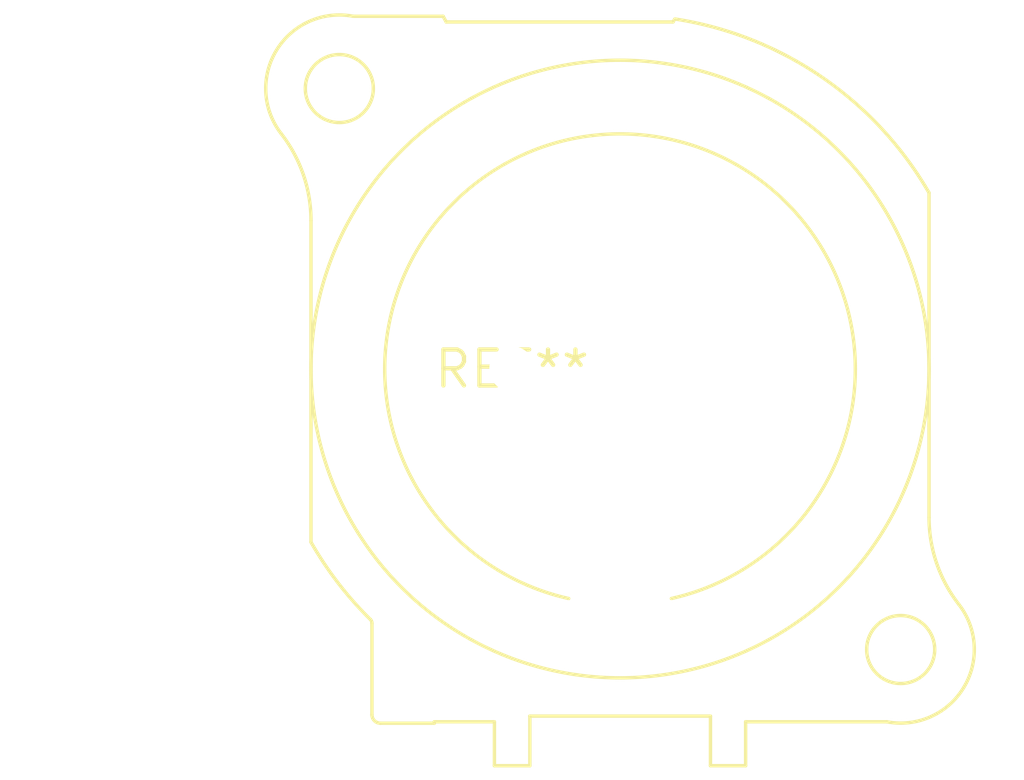
<source format=kicad_pcb>
(kicad_pcb (version 20240108) (generator pcbnew)
  (layers (0 "F.Cu" signal) (31 "B.Cu" signal) (34 "B.Paste" user) (35 "F.Paste" user) (36 "B.SilkS" user "B.Silkscreen") (37 "F.SilkS" user "F.Silkscreen") (38 "B.Mask" user) (39 "F.Mask" user) (44 "Edge.Cuts" user))
  (net 0 "")
  (footprint "Jack_XLR_Neutrik_NC3MBV-0_Vertical" (layer "F.Cu") (at 0 0)
    (property "Reference" "REF**")
    (property "Value" "Jack_XLR_Neutrik_NC3MBV-0_Vertical")
    (fp_line (start -7.09 -5.24) (end -7.09 6.11) (layer "F.SilkS") (stroke (width 0.12)))
    (fp_line (start -4.94 12.2) (end -4.94 8.98) (layer "F.SilkS") (stroke (width 0.12)))
    (fp_line (start -4.64 12.5) (end -2.74 12.5) (layer "F.SilkS") (stroke (width 0.12)))
    (fp_line (start -2.74 12.45) (end -0.62 12.45) (layer "F.SilkS") (stroke (width 0.12)))
    (fp_line (start -2.74 12.5) (end -2.74 12.45) (layer "F.SilkS") (stroke (width 0.12)))
    (fp_line (start -2.43 -12.45) (end -5.6 -12.45) (layer "F.SilkS") (stroke (width 0.12)))
    (fp_line (start -2.32 -12.25) (end -2.43 -12.45) (layer "F.SilkS") (stroke (width 0.12)))
    (fp_line (start -0.62 12.45) (end -0.62 14) (layer "F.SilkS") (stroke (width 0.12)))
    (fp_line (start 0.63 12.25) (end 0.63 14) (layer "F.SilkS") (stroke (width 0.12)))
    (fp_line (start 0.63 12.25) (end 7 12.25) (layer "F.SilkS") (stroke (width 0.12)))
    (fp_line (start 0.63 14) (end -0.62 14) (layer "F.SilkS") (stroke (width 0.12)))
    (fp_line (start 5.68 -12.25) (end -2.32 -12.25) (layer "F.SilkS") (stroke (width 0.12)))
    (fp_line (start 5.74 -12.35) (end 5.68 -12.25) (layer "F.SilkS") (stroke (width 0.12)))
    (fp_line (start 7 12.25) (end 7 14) (layer "F.SilkS") (stroke (width 0.12)))
    (fp_line (start 8.24 12.45) (end 8.24 14) (layer "F.SilkS") (stroke (width 0.12)))
    (fp_line (start 8.24 12.45) (end 13.22 12.45) (layer "F.SilkS") (stroke (width 0.12)))
    (fp_line (start 8.24 14) (end 7 14) (layer "F.SilkS") (stroke (width 0.12)))
    (fp_line (start 14.71 5.24) (end 14.71 -6.22) (layer "F.SilkS") (stroke (width 0.12)))
    (fp_arc (start -8.14458 -8.311426) (mid -7.360989 -6.863715) (end -7.09 -5.24) (layer "F.SilkS") (stroke (width 0.12)))
    (fp_arc (start -8.141124 -8.307677) (mid -8.303366 -11.257798) (end -5.6 -12.45) (layer "F.SilkS") (stroke (width 0.12)))
    (fp_arc (start -4.999944 8.832139) (mid -4.954594 8.899835) (end -4.94 8.98) (layer "F.SilkS") (stroke (width 0.12)))
    (fp_arc (start -4.999718 8.833849) (mid -6.1389 7.544091) (end -7.09 6.11) (layer "F.SilkS") (stroke (width 0.12)))
    (fp_arc (start -4.64 12.5) (mid -4.852132 12.412132) (end -4.94 12.2) (layer "F.SilkS") (stroke (width 0.12)))
    (fp_arc (start 2 8.1) (mid 3.809449 -8.299765) (end 5.621075 8.09976) (layer "F.SilkS") (stroke (width 0.12)))
    (fp_arc (start 5.753207 -12.354269) (mid 10.928439 -10.304601) (end 14.71 -6.22) (layer "F.SilkS") (stroke (width 0.12)))
    (fp_arc (start 15.761124 8.307677) (mid 15.923366 11.257798) (end 13.22 12.45) (layer "F.SilkS") (stroke (width 0.12)))
    (fp_arc (start 15.76458 8.311426) (mid 14.980989 6.863715) (end 14.71 5.24) (layer "F.SilkS") (stroke (width 0.12)))
    (fp_circle (center -6.09 -9.9) (end -4.89 -9.9) (layer "F.SilkS") (stroke (width 0.12)) (fill none))
    (fp_circle (center 3.81 0) (end 14.71 0) (layer "F.SilkS") (stroke (width 0.12)) (fill none))
    (fp_circle (center 13.71 9.9) (end 14.91 9.9) (layer "F.SilkS") (stroke (width 0.12)) (fill none))
    (pad "1" thru_hole circle (at 0 0) (size 3.4 3.4) (drill 1.6) (layers *.Cu *.Mask) (remove_unused_layers))
    (pad "2" thru_hole circle (at 7.62 0) (size 3.4 3.4) (drill 1.6) (layers *.Cu *.Mask) (remove_unused_layers))
    (pad "3" thru_hole circle (at 3.81 3.81) (size 3.4 3.4) (drill 1.6) (layers *.Cu *.Mask) (remove_unused_layers))
    (pad "G" thru_hole circle (at 3.81 8.25) (size 2.9 2.9) (drill 1.2) (layers *.Cu *.Mask) (remove_unused_layers))
  )
)
</source>
